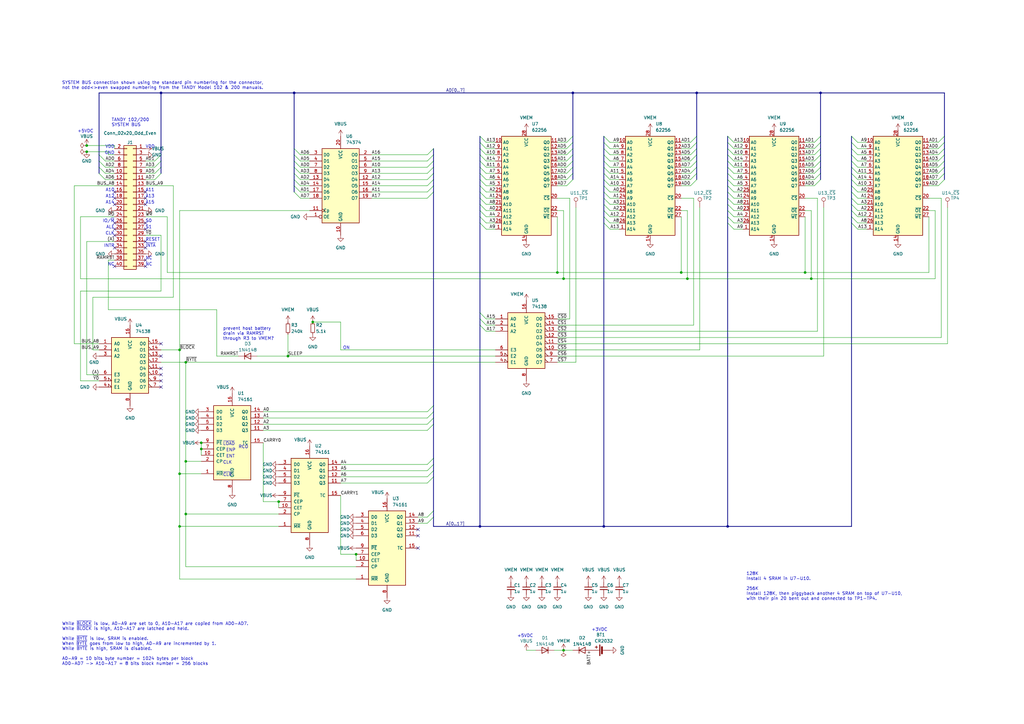
<source format=kicad_sch>
(kicad_sch (version 20230121) (generator eeschema)
  (paper "A3")
  (title_block (title "NODE DATAPAC 256K bkw") (date "2023-11-13") (rev "006") (company "Brian K. White - b.kenyon.w@gmail.com"))
  (junction (at 281.94 114.3))
  (junction (at 35.56 59.69))
  (junction (at 82.55 181.61))
  (junction (at 231.14 266.7))
  (junction (at 285.75 38.1))
  (junction (at 332.74 114.3))
  (junction (at 228.6 111.76))
  (junction (at 73.66 143.51))
  (junction (at 76.2 210.82))
  (junction (at 279.4 111.76))
  (junction (at 247.65 215.9))
  (junction (at 66.04 38.1))
  (junction (at 73.66 194.31))
  (junction (at 114.3 205.74))
  (junction (at 146.05 227.33))
  (junction (at 231.14 114.3))
  (junction (at 128.27 132.08))
  (junction (at 298.45 215.9))
  (junction (at 73.66 215.9))
  (junction (at 234.95 38.1))
  (junction (at 196.85 215.9))
  (junction (at 82.55 184.15))
  (junction (at 120.65 38.1))
  (junction (at 35.56 62.23))
  (junction (at 76.2 189.23))
  (junction (at 118.11 146.05))
  (junction (at 330.2 111.76))
  (junction (at 336.55 38.1))
  (junction (at 76.2 148.59))
  (no_connect (at 66.04 146.05))
  (no_connect (at 59.69 99.06))
  (no_connect (at 171.45 217.17))
  (no_connect (at 59.69 83.82))
  (no_connect (at 66.04 151.13))
  (no_connect (at 46.99 109.22))
  (no_connect (at 59.69 91.44))
  (no_connect (at 66.04 158.75))
  (no_connect (at 59.69 109.22))
  (no_connect (at 171.45 219.71))
  (no_connect (at 46.99 91.44))
  (no_connect (at 171.45 224.79))
  (no_connect (at 46.99 81.28))
  (no_connect (at 66.04 156.21))
  (no_connect (at 46.99 83.82))
  (no_connect (at 46.99 101.6))
  (no_connect (at 66.04 153.67))
  (no_connect (at 59.69 78.74))
  (no_connect (at 46.99 93.98))
  (no_connect (at 46.99 96.52))
  (no_connect (at 59.69 106.68))
  (no_connect (at 59.69 81.28))
  (no_connect (at 59.69 93.98))
  (no_connect (at 59.69 101.6))
  (no_connect (at 46.99 78.74))
  (no_connect (at 66.04 140.97))
  (bus_entry (at 250.19 91.44) (size -2.54 -2.54))
  (bus_entry (at 351.79 86.36) (size -2.54 -2.54))
  (bus_entry (at 250.19 58.42) (size -2.54 -2.54))
  (bus_entry (at 334.01 63.5) (size 2.54 -2.54))
  (bus_entry (at 334.01 76.2) (size 2.54 -2.54))
  (bus_entry (at 199.39 83.82) (size -2.54 -2.54))
  (bus_entry (at 123.19 66.04) (size -2.54 -2.54))
  (bus_entry (at 175.26 195.58) (size 2.54 -2.54))
  (bus_entry (at 283.21 73.66) (size 2.54 -2.54))
  (bus_entry (at 123.19 63.5) (size -2.54 -2.54))
  (bus_entry (at 175.26 173.99) (size 2.54 -2.54))
  (bus_entry (at 300.99 88.9) (size -2.54 -2.54))
  (bus_entry (at 175.26 73.66) (size 2.54 -2.54))
  (bus_entry (at 43.18 66.04) (size -2.54 -2.54))
  (bus_entry (at 351.79 66.04) (size -2.54 -2.54))
  (bus_entry (at 351.79 78.74) (size -2.54 -2.54))
  (bus_entry (at 351.79 58.42) (size -2.54 -2.54))
  (bus_entry (at 175.26 71.12) (size 2.54 -2.54))
  (bus_entry (at 351.79 71.12) (size -2.54 -2.54))
  (bus_entry (at 300.99 83.82) (size -2.54 -2.54))
  (bus_entry (at 175.26 190.5) (size 2.54 -2.54))
  (bus_entry (at 199.39 66.04) (size -2.54 -2.54))
  (bus_entry (at 300.99 78.74) (size -2.54 -2.54))
  (bus_entry (at 175.26 193.04) (size 2.54 -2.54))
  (bus_entry (at 199.39 91.44) (size -2.54 -2.54))
  (bus_entry (at 199.39 93.98) (size -2.54 -2.54))
  (bus_entry (at 250.19 60.96) (size -2.54 -2.54))
  (bus_entry (at 250.19 78.74) (size -2.54 -2.54))
  (bus_entry (at 199.39 130.81) (size -2.54 -2.54))
  (bus_entry (at 232.41 68.58) (size 2.54 -2.54))
  (bus_entry (at 123.19 81.28) (size -2.54 -2.54))
  (bus_entry (at 351.79 81.28) (size -2.54 -2.54))
  (bus_entry (at 334.01 68.58) (size 2.54 -2.54))
  (bus_entry (at 384.81 73.66) (size 2.54 -2.54))
  (bus_entry (at 334.01 71.12) (size 2.54 -2.54))
  (bus_entry (at 334.01 60.96) (size 2.54 -2.54))
  (bus_entry (at 384.81 66.04) (size 2.54 -2.54))
  (bus_entry (at 283.21 66.04) (size 2.54 -2.54))
  (bus_entry (at 351.79 93.98) (size -2.54 -2.54))
  (bus_entry (at 199.39 68.58) (size -2.54 -2.54))
  (bus_entry (at 175.26 78.74) (size 2.54 -2.54))
  (bus_entry (at 384.81 71.12) (size 2.54 -2.54))
  (bus_entry (at 250.19 88.9) (size -2.54 -2.54))
  (bus_entry (at 175.26 68.58) (size 2.54 -2.54))
  (bus_entry (at 232.41 63.5) (size 2.54 -2.54))
  (bus_entry (at 351.79 60.96) (size -2.54 -2.54))
  (bus_entry (at 63.5 68.58) (size 2.54 -2.54))
  (bus_entry (at 199.39 88.9) (size -2.54 -2.54))
  (bus_entry (at 283.21 58.42) (size 2.54 -2.54))
  (bus_entry (at 384.81 76.2) (size 2.54 -2.54))
  (bus_entry (at 351.79 91.44) (size -2.54 -2.54))
  (bus_entry (at 199.39 135.89) (size -2.54 -2.54))
  (bus_entry (at 175.26 198.12) (size 2.54 -2.54))
  (bus_entry (at 300.99 68.58) (size -2.54 -2.54))
  (bus_entry (at 175.26 171.45) (size 2.54 -2.54))
  (bus_entry (at 300.99 63.5) (size -2.54 -2.54))
  (bus_entry (at 250.19 66.04) (size -2.54 -2.54))
  (bus_entry (at 63.5 71.12) (size 2.54 -2.54))
  (bus_entry (at 63.5 73.66) (size 2.54 -2.54))
  (bus_entry (at 334.01 66.04) (size 2.54 -2.54))
  (bus_entry (at 250.19 63.5) (size -2.54 -2.54))
  (bus_entry (at 384.81 63.5) (size 2.54 -2.54))
  (bus_entry (at 123.19 71.12) (size -2.54 -2.54))
  (bus_entry (at 199.39 78.74) (size -2.54 -2.54))
  (bus_entry (at 123.19 76.2) (size -2.54 -2.54))
  (bus_entry (at 384.81 58.42) (size 2.54 -2.54))
  (bus_entry (at 300.99 86.36) (size -2.54 -2.54))
  (bus_entry (at 300.99 93.98) (size -2.54 -2.54))
  (bus_entry (at 43.18 68.58) (size -2.54 -2.54))
  (bus_entry (at 175.26 176.53) (size 2.54 -2.54))
  (bus_entry (at 250.19 76.2) (size -2.54 -2.54))
  (bus_entry (at 384.81 68.58) (size 2.54 -2.54))
  (bus_entry (at 351.79 88.9) (size -2.54 -2.54))
  (bus_entry (at 232.41 58.42) (size 2.54 -2.54))
  (bus_entry (at 175.26 212.09) (size 2.54 -2.54))
  (bus_entry (at 123.19 68.58) (size -2.54 -2.54))
  (bus_entry (at 232.41 76.2) (size 2.54 -2.54))
  (bus_entry (at 250.19 73.66) (size -2.54 -2.54))
  (bus_entry (at 232.41 60.96) (size 2.54 -2.54))
  (bus_entry (at 300.99 60.96) (size -2.54 -2.54))
  (bus_entry (at 175.26 214.63) (size 2.54 -2.54))
  (bus_entry (at 300.99 76.2) (size -2.54 -2.54))
  (bus_entry (at 250.19 86.36) (size -2.54 -2.54))
  (bus_entry (at 334.01 58.42) (size 2.54 -2.54))
  (bus_entry (at 175.26 76.2) (size 2.54 -2.54))
  (bus_entry (at 300.99 91.44) (size -2.54 -2.54))
  (bus_entry (at 175.26 66.04) (size 2.54 -2.54))
  (bus_entry (at 63.5 66.04) (size 2.54 -2.54))
  (bus_entry (at 250.19 83.82) (size -2.54 -2.54))
  (bus_entry (at 384.81 60.96) (size 2.54 -2.54))
  (bus_entry (at 351.79 68.58) (size -2.54 -2.54))
  (bus_entry (at 334.01 73.66) (size 2.54 -2.54))
  (bus_entry (at 232.41 73.66) (size 2.54 -2.54))
  (bus_entry (at 351.79 83.82) (size -2.54 -2.54))
  (bus_entry (at 300.99 71.12) (size -2.54 -2.54))
  (bus_entry (at 123.19 73.66) (size -2.54 -2.54))
  (bus_entry (at 199.39 60.96) (size -2.54 -2.54))
  (bus_entry (at 283.21 71.12) (size 2.54 -2.54))
  (bus_entry (at 250.19 71.12) (size -2.54 -2.54))
  (bus_entry (at 175.26 168.91) (size 2.54 -2.54))
  (bus_entry (at 199.39 86.36) (size -2.54 -2.54))
  (bus_entry (at 300.99 81.28) (size -2.54 -2.54))
  (bus_entry (at 199.39 76.2) (size -2.54 -2.54))
  (bus_entry (at 199.39 81.28) (size -2.54 -2.54))
  (bus_entry (at 250.19 68.58) (size -2.54 -2.54))
  (bus_entry (at 283.21 63.5) (size 2.54 -2.54))
  (bus_entry (at 300.99 66.04) (size -2.54 -2.54))
  (bus_entry (at 283.21 60.96) (size 2.54 -2.54))
  (bus_entry (at 300.99 58.42) (size -2.54 -2.54))
  (bus_entry (at 351.79 63.5) (size -2.54 -2.54))
  (bus_entry (at 250.19 93.98) (size -2.54 -2.54))
  (bus_entry (at 232.41 66.04) (size 2.54 -2.54))
  (bus_entry (at 232.41 71.12) (size 2.54 -2.54))
  (bus_entry (at 199.39 133.35) (size -2.54 -2.54))
  (bus_entry (at 199.39 71.12) (size -2.54 -2.54))
  (bus_entry (at 123.19 78.74) (size -2.54 -2.54))
  (bus_entry (at 43.18 71.12) (size -2.54 -2.54))
  (bus_entry (at 199.39 73.66) (size -2.54 -2.54))
  (bus_entry (at 283.21 76.2) (size 2.54 -2.54))
  (bus_entry (at 250.19 81.28) (size -2.54 -2.54))
  (bus_entry (at 351.79 76.2) (size -2.54 -2.54))
  (bus_entry (at 300.99 73.66) (size -2.54 -2.54))
  (bus_entry (at 43.18 73.66) (size -2.54 -2.54))
  (bus_entry (at 199.39 58.42) (size -2.54 -2.54))
  (bus_entry (at 175.26 63.5) (size 2.54 -2.54))
  (bus_entry (at 351.79 73.66) (size -2.54 -2.54))
  (bus_entry (at 283.21 68.58) (size 2.54 -2.54))
  (bus_entry (at 199.39 63.5) (size -2.54 -2.54))
  (bus_entry (at 175.26 81.28) (size 2.54 -2.54))
  (wire (pts (xy 199.39 130.81) (xy 203.2 130.81)))
  (bus (pts (xy 349.25 73.66) (xy 349.25 71.12)))
  (wire (pts (xy 199.39 73.66) (xy 203.2 73.66)))
  (wire (pts (xy 199.39 93.98) (xy 203.2 93.98)))
  (wire (pts (xy 332.74 114.3) (xy 383.54 114.3)))
  (bus (pts (xy 234.95 55.88) (xy 234.95 58.42)))
  (wire (pts (xy 281.94 114.3) (xy 332.74 114.3)))
  (wire (pts (xy 381 60.96) (xy 384.81 60.96)))
  (bus (pts (xy 177.8 63.5) (xy 177.8 66.04)))
  (bus (pts (xy 196.85 128.27) (xy 196.85 130.81)))
  (bus (pts (xy 298.45 83.82) (xy 298.45 81.28)))
  (bus (pts (xy 298.45 66.04) (xy 298.45 63.5)))
  (wire (pts (xy 351.79 73.66) (xy 355.6 73.66)))
  (wire (pts (xy 228.6 135.89) (xy 335.28 135.89)))
  (wire (pts (xy 250.19 93.98) (xy 254 93.98)))
  (wire (pts (xy 139.7 190.5) (xy 175.26 190.5)))
  (bus (pts (xy 247.65 63.5) (xy 247.65 60.96)))
  (wire (pts (xy 123.19 66.04) (xy 127 66.04)))
  (wire (pts (xy 351.79 93.98) (xy 355.6 93.98)))
  (bus (pts (xy 285.75 38.1) (xy 336.55 38.1)))
  (bus (pts (xy 349.25 86.36) (xy 349.25 83.82)))
  (wire (pts (xy 300.99 91.44) (xy 304.8 91.44)))
  (bus (pts (xy 247.65 83.82) (xy 247.65 81.28)))
  (wire (pts (xy 71.12 76.2) (xy 71.12 121.92)))
  (wire (pts (xy 82.55 181.61) (xy 82.55 184.15)))
  (bus (pts (xy 285.75 66.04) (xy 285.75 68.58)))
  (bus (pts (xy 349.25 68.58) (xy 349.25 66.04)))
  (wire (pts (xy 279.4 63.5) (xy 283.21 63.5)))
  (wire (pts (xy 228.6 138.43) (xy 386.08 138.43)))
  (bus (pts (xy 336.55 60.96) (xy 336.55 63.5)))
  (bus (pts (xy 387.35 58.42) (xy 387.35 60.96)))
  (wire (pts (xy 199.39 133.35) (xy 203.2 133.35)))
  (wire (pts (xy 250.19 88.9) (xy 254 88.9)))
  (wire (pts (xy 44.45 127) (xy 88.9 127)))
  (bus (pts (xy 234.95 60.96) (xy 234.95 63.5)))
  (bus (pts (xy 196.85 60.96) (xy 196.85 63.5)))
  (bus (pts (xy 196.85 130.81) (xy 196.85 133.35)))
  (wire (pts (xy 388.62 85.09) (xy 388.62 140.97)))
  (wire (pts (xy 287.02 85.09) (xy 287.02 143.51)))
  (wire (pts (xy 59.69 68.58) (xy 63.5 68.58)))
  (wire (pts (xy 66.04 143.51) (xy 73.66 143.51)))
  (bus (pts (xy 349.25 71.12) (xy 349.25 68.58)))
  (wire (pts (xy 300.99 81.28) (xy 304.8 81.28)))
  (wire (pts (xy 199.39 76.2) (xy 203.2 76.2)))
  (bus (pts (xy 247.65 68.58) (xy 247.65 66.04)))
  (wire (pts (xy 281.94 86.36) (xy 279.4 86.36)))
  (wire (pts (xy 279.4 71.12) (xy 283.21 71.12)))
  (bus (pts (xy 298.45 71.12) (xy 298.45 68.58)))
  (wire (pts (xy 152.4 81.28) (xy 175.26 81.28)))
  (bus (pts (xy 336.55 66.04) (xy 336.55 68.58)))
  (bus (pts (xy 247.65 91.44) (xy 247.65 215.9)))
  (bus (pts (xy 247.65 73.66) (xy 247.65 71.12)))
  (wire (pts (xy 199.39 83.82) (xy 203.2 83.82)))
  (wire (pts (xy 38.1 143.51) (xy 40.64 143.51)))
  (wire (pts (xy 250.19 58.42) (xy 254 58.42)))
  (wire (pts (xy 332.74 86.36) (xy 330.2 86.36)))
  (wire (pts (xy 199.39 81.28) (xy 203.2 81.28)))
  (wire (pts (xy 139.7 132.08) (xy 139.7 143.51)))
  (wire (pts (xy 171.45 212.09) (xy 175.26 212.09)))
  (bus (pts (xy 298.45 86.36) (xy 298.45 83.82)))
  (bus (pts (xy 298.45 60.96) (xy 298.45 58.42)))
  (bus (pts (xy 349.25 66.04) (xy 349.25 63.5)))
  (wire (pts (xy 250.19 60.96) (xy 254 60.96)))
  (wire (pts (xy 199.39 63.5) (xy 203.2 63.5)))
  (bus (pts (xy 196.85 58.42) (xy 196.85 60.96)))
  (wire (pts (xy 231.14 86.36) (xy 228.6 86.36)))
  (wire (pts (xy 146.05 227.33) (xy 139.7 227.33)))
  (bus (pts (xy 234.95 38.1) (xy 234.95 55.88)))
  (bus (pts (xy 196.85 88.9) (xy 196.85 91.44)))
  (wire (pts (xy 228.6 140.97) (xy 388.62 140.97)))
  (bus (pts (xy 177.8 168.91) (xy 177.8 171.45)))
  (wire (pts (xy 76.2 148.59) (xy 76.2 189.23)))
  (wire (pts (xy 68.58 88.9) (xy 68.58 111.76)))
  (wire (pts (xy 337.82 85.09) (xy 337.82 146.05)))
  (bus (pts (xy 247.65 86.36) (xy 247.65 83.82)))
  (bus (pts (xy 196.85 83.82) (xy 196.85 86.36)))
  (wire (pts (xy 40.64 156.21) (xy 33.02 156.21)))
  (bus (pts (xy 247.65 78.74) (xy 247.65 76.2)))
  (wire (pts (xy 279.4 73.66) (xy 283.21 73.66)))
  (bus (pts (xy 298.45 91.44) (xy 298.45 88.9)))
  (wire (pts (xy 381 58.42) (xy 384.81 58.42)))
  (wire (pts (xy 236.22 85.09) (xy 236.22 148.59)))
  (bus (pts (xy 177.8 212.09) (xy 177.8 215.9)))
  (wire (pts (xy 381 71.12) (xy 384.81 71.12)))
  (bus (pts (xy 177.8 187.96) (xy 177.8 190.5)))
  (bus (pts (xy 247.65 88.9) (xy 247.65 86.36)))
  (wire (pts (xy 199.39 58.42) (xy 203.2 58.42)))
  (bus (pts (xy 247.65 76.2) (xy 247.65 73.66)))
  (wire (pts (xy 228.6 111.76) (xy 228.6 88.9)))
  (wire (pts (xy 228.6 60.96) (xy 232.41 60.96)))
  (bus (pts (xy 298.45 58.42) (xy 298.45 55.88)))
  (wire (pts (xy 73.66 215.9) (xy 73.66 237.49)))
  (wire (pts (xy 46.99 63.5) (xy 44.45 63.5)))
  (wire (pts (xy 105.41 146.05) (xy 118.11 146.05)))
  (wire (pts (xy 330.2 58.42) (xy 334.01 58.42)))
  (bus (pts (xy 120.65 38.1) (xy 234.95 38.1)))
  (bus (pts (xy 298.45 88.9) (xy 298.45 86.36)))
  (bus (pts (xy 120.65 63.5) (xy 120.65 66.04)))
  (bus (pts (xy 247.65 66.04) (xy 247.65 63.5)))
  (bus (pts (xy 196.85 78.74) (xy 196.85 81.28)))
  (wire (pts (xy 335.28 81.28) (xy 330.2 81.28)))
  (wire (pts (xy 76.2 210.82) (xy 76.2 232.41)))
  (bus (pts (xy 196.85 215.9) (xy 196.85 133.35)))
  (wire (pts (xy 300.99 83.82) (xy 304.8 83.82)))
  (wire (pts (xy 228.6 143.51) (xy 287.02 143.51)))
  (wire (pts (xy 300.99 68.58) (xy 304.8 68.58)))
  (wire (pts (xy 330.2 71.12) (xy 334.01 71.12)))
  (wire (pts (xy 38.1 143.51) (xy 38.1 121.92)))
  (wire (pts (xy 123.19 63.5) (xy 127 63.5)))
  (wire (pts (xy 73.66 215.9) (xy 114.3 215.9)))
  (wire (pts (xy 381 111.76) (xy 381 88.9)))
  (wire (pts (xy 59.69 73.66) (xy 63.5 73.66)))
  (wire (pts (xy 82.55 186.69) (xy 82.55 184.15)))
  (wire (pts (xy 43.18 71.12) (xy 46.99 71.12)))
  (bus (pts (xy 349.25 78.74) (xy 349.25 76.2)))
  (bus (pts (xy 177.8 166.37) (xy 177.8 168.91)))
  (bus (pts (xy 234.95 38.1) (xy 285.75 38.1)))
  (wire (pts (xy 351.79 81.28) (xy 355.6 81.28)))
  (wire (pts (xy 351.79 86.36) (xy 355.6 86.36)))
  (bus (pts (xy 177.8 78.74) (xy 177.8 166.37)))
  (bus (pts (xy 387.35 60.96) (xy 387.35 63.5)))
  (bus (pts (xy 298.45 68.58) (xy 298.45 66.04)))
  (wire (pts (xy 231.14 266.7) (xy 234.95 266.7)))
  (wire (pts (xy 300.99 71.12) (xy 304.8 71.12)))
  (wire (pts (xy 59.69 71.12) (xy 63.5 71.12)))
  (wire (pts (xy 284.48 81.28) (xy 279.4 81.28)))
  (wire (pts (xy 146.05 227.33) (xy 146.05 229.87)))
  (wire (pts (xy 332.74 86.36) (xy 332.74 114.3)))
  (wire (pts (xy 73.66 194.31) (xy 82.55 194.31)))
  (bus (pts (xy 120.65 66.04) (xy 120.65 68.58)))
  (bus (pts (xy 336.55 68.58) (xy 336.55 71.12)))
  (wire (pts (xy 300.99 58.42) (xy 304.8 58.42)))
  (bus (pts (xy 66.04 66.04) (xy 66.04 68.58)))
  (bus (pts (xy 196.85 91.44) (xy 196.85 128.27)))
  (wire (pts (xy 281.94 86.36) (xy 281.94 114.3)))
  (wire (pts (xy 250.19 86.36) (xy 254 86.36)))
  (wire (pts (xy 228.6 58.42) (xy 232.41 58.42)))
  (wire (pts (xy 152.4 63.5) (xy 175.26 63.5)))
  (wire (pts (xy 231.14 114.3) (xy 281.94 114.3)))
  (wire (pts (xy 351.79 68.58) (xy 355.6 68.58)))
  (bus (pts (xy 66.04 38.1) (xy 66.04 63.5)))
  (wire (pts (xy 107.95 176.53) (xy 175.26 176.53)))
  (wire (pts (xy 40.64 153.67) (xy 35.56 153.67)))
  (bus (pts (xy 196.85 71.12) (xy 196.85 73.66)))
  (bus (pts (xy 66.04 38.1) (xy 120.65 38.1)))
  (wire (pts (xy 30.48 76.2) (xy 30.48 140.97)))
  (wire (pts (xy 351.79 58.42) (xy 355.6 58.42)))
  (wire (pts (xy 59.69 66.04) (xy 63.5 66.04)))
  (wire (pts (xy 123.19 73.66) (xy 127 73.66)))
  (wire (pts (xy 118.11 137.16) (xy 118.11 146.05)))
  (wire (pts (xy 139.7 198.12) (xy 175.26 198.12)))
  (wire (pts (xy 199.39 68.58) (xy 203.2 68.58)))
  (wire (pts (xy 351.79 88.9) (xy 355.6 88.9)))
  (wire (pts (xy 199.39 60.96) (xy 203.2 60.96)))
  (bus (pts (xy 40.64 71.12) (xy 40.64 68.58)))
  (bus (pts (xy 40.64 63.5) (xy 40.64 38.1)))
  (bus (pts (xy 196.85 73.66) (xy 196.85 76.2)))
  (wire (pts (xy 107.95 181.61) (xy 107.95 205.74)))
  (wire (pts (xy 279.4 111.76) (xy 330.2 111.76)))
  (wire (pts (xy 199.39 88.9) (xy 203.2 88.9)))
  (wire (pts (xy 228.6 71.12) (xy 232.41 71.12)))
  (bus (pts (xy 177.8 76.2) (xy 177.8 78.74)))
  (wire (pts (xy 171.45 214.63) (xy 175.26 214.63)))
  (bus (pts (xy 177.8 195.58) (xy 177.8 209.55)))
  (bus (pts (xy 349.25 83.82) (xy 349.25 81.28)))
  (bus (pts (xy 349.25 215.9) (xy 298.45 215.9)))
  (wire (pts (xy 118.11 146.05) (xy 203.2 146.05)))
  (wire (pts (xy 123.19 71.12) (xy 127 71.12)))
  (bus (pts (xy 234.95 71.12) (xy 234.95 73.66)))
  (wire (pts (xy 330.2 76.2) (xy 334.01 76.2)))
  (wire (pts (xy 33.02 156.21) (xy 33.02 119.38)))
  (wire (pts (xy 76.2 148.59) (xy 203.2 148.59)))
  (wire (pts (xy 351.79 63.5) (xy 355.6 63.5)))
  (wire (pts (xy 199.39 135.89) (xy 203.2 135.89)))
  (wire (pts (xy 300.99 76.2) (xy 304.8 76.2)))
  (bus (pts (xy 234.95 63.5) (xy 234.95 66.04)))
  (bus (pts (xy 234.95 68.58) (xy 234.95 71.12)))
  (wire (pts (xy 88.9 146.05) (xy 97.79 146.05)))
  (wire (pts (xy 279.4 68.58) (xy 283.21 68.58)))
  (wire (pts (xy 228.6 130.81) (xy 233.68 130.81)))
  (wire (pts (xy 33.02 88.9) (xy 33.02 114.3)))
  (bus (pts (xy 177.8 215.9) (xy 196.85 215.9)))
  (bus (pts (xy 177.8 71.12) (xy 177.8 73.66)))
  (wire (pts (xy 228.6 133.35) (xy 284.48 133.35)))
  (wire (pts (xy 381 63.5) (xy 384.81 63.5)))
  (wire (pts (xy 46.99 59.69) (xy 46.99 60.96)))
  (wire (pts (xy 351.79 60.96) (xy 355.6 60.96)))
  (wire (pts (xy 59.69 88.9) (xy 68.58 88.9)))
  (wire (pts (xy 383.54 114.3) (xy 383.54 86.36)))
  (bus (pts (xy 177.8 73.66) (xy 177.8 76.2)))
  (wire (pts (xy 279.4 88.9) (xy 279.4 111.76)))
  (bus (pts (xy 196.85 81.28) (xy 196.85 83.82)))
  (wire (pts (xy 250.19 73.66) (xy 254 73.66)))
  (bus (pts (xy 66.04 68.58) (xy 66.04 71.12)))
  (wire (pts (xy 66.04 119.38) (xy 66.04 96.52)))
  (bus (pts (xy 196.85 86.36) (xy 196.85 88.9)))
  (wire (pts (xy 279.4 60.96) (xy 283.21 60.96)))
  (wire (pts (xy 107.95 205.74) (xy 114.3 205.74)))
  (wire (pts (xy 152.4 71.12) (xy 175.26 71.12)))
  (wire (pts (xy 250.19 78.74) (xy 254 78.74)))
  (bus (pts (xy 177.8 209.55) (xy 177.8 212.09)))
  (wire (pts (xy 76.2 189.23) (xy 82.55 189.23)))
  (wire (pts (xy 233.68 81.28) (xy 228.6 81.28)))
  (wire (pts (xy 381 76.2) (xy 384.81 76.2)))
  (wire (pts (xy 43.18 68.58) (xy 46.99 68.58)))
  (wire (pts (xy 351.79 76.2) (xy 355.6 76.2)))
  (wire (pts (xy 300.99 66.04) (xy 304.8 66.04)))
  (wire (pts (xy 250.19 63.5) (xy 254 63.5)))
  (bus (pts (xy 196.85 63.5) (xy 196.85 66.04)))
  (wire (pts (xy 228.6 148.59) (xy 236.22 148.59)))
  (wire (pts (xy 199.39 66.04) (xy 203.2 66.04)))
  (bus (pts (xy 196.85 55.88) (xy 196.85 58.42)))
  (wire (pts (xy 76.2 232.41) (xy 146.05 232.41)))
  (wire (pts (xy 199.39 71.12) (xy 203.2 71.12)))
  (bus (pts (xy 177.8 68.58) (xy 177.8 71.12)))
  (wire (pts (xy 330.2 68.58) (xy 334.01 68.58)))
  (wire (pts (xy 76.2 189.23) (xy 76.2 210.82)))
  (wire (pts (xy 73.66 194.31) (xy 73.66 215.9)))
  (wire (pts (xy 152.4 66.04) (xy 175.26 66.04)))
  (wire (pts (xy 228.6 66.04) (xy 232.41 66.04)))
  (wire (pts (xy 35.56 62.23) (xy 44.45 62.23)))
  (bus (pts (xy 298.45 73.66) (xy 298.45 71.12)))
  (wire (pts (xy 35.56 99.06) (xy 46.99 99.06)))
  (wire (pts (xy 43.18 73.66) (xy 46.99 73.66)))
  (bus (pts (xy 285.75 55.88) (xy 285.75 58.42)))
  (bus (pts (xy 40.64 68.58) (xy 40.64 66.04)))
  (wire (pts (xy 33.02 119.38) (xy 66.04 119.38)))
  (bus (pts (xy 247.65 60.96) (xy 247.65 58.42)))
  (wire (pts (xy 107.95 173.99) (xy 175.26 173.99)))
  (wire (pts (xy 152.4 68.58) (xy 175.26 68.58)))
  (wire (pts (xy 381 73.66) (xy 384.81 73.66)))
  (wire (pts (xy 351.79 66.04) (xy 355.6 66.04)))
  (bus (pts (xy 387.35 38.1) (xy 387.35 55.88)))
  (wire (pts (xy 250.19 66.04) (xy 254 66.04)))
  (wire (pts (xy 73.66 86.36) (xy 127 86.36)))
  (bus (pts (xy 349.25 88.9) (xy 349.25 86.36)))
  (wire (pts (xy 128.27 132.08) (xy 139.7 132.08)))
  (wire (pts (xy 250.19 91.44) (xy 254 91.44)))
  (bus (pts (xy 298.45 63.5) (xy 298.45 60.96)))
  (wire (pts (xy 139.7 227.33) (xy 139.7 203.2)))
  (wire (pts (xy 59.69 76.2) (xy 71.12 76.2)))
  (wire (pts (xy 123.19 81.28) (xy 127 81.28)))
  (bus (pts (xy 247.65 215.9) (xy 196.85 215.9)))
  (wire (pts (xy 330.2 63.5) (xy 334.01 63.5)))
  (wire (pts (xy 250.19 71.12) (xy 254 71.12)))
  (wire (pts (xy 139.7 193.04) (xy 175.26 193.04)))
  (wire (pts (xy 107.95 171.45) (xy 175.26 171.45)))
  (bus (pts (xy 336.55 38.1) (xy 336.55 55.88)))
  (wire (pts (xy 351.79 71.12) (xy 355.6 71.12)))
  (wire (pts (xy 44.45 106.68) (xy 46.99 106.68)))
  (wire (pts (xy 30.48 76.2) (xy 46.99 76.2)))
  (bus (pts (xy 298.45 78.74) (xy 298.45 76.2)))
  (bus (pts (xy 387.35 63.5) (xy 387.35 66.04)))
  (bus (pts (xy 285.75 68.58) (xy 285.75 71.12)))
  (bus (pts (xy 120.65 73.66) (xy 120.65 76.2)))
  (wire (pts (xy 330.2 73.66) (xy 334.01 73.66)))
  (bus (pts (xy 349.25 81.28) (xy 349.25 78.74)))
  (bus (pts (xy 285.75 60.96) (xy 285.75 63.5)))
  (bus (pts (xy 387.35 66.04) (xy 387.35 68.58)))
  (wire (pts (xy 300.99 86.36) (xy 304.8 86.36)))
  (wire (pts (xy 330.2 111.76) (xy 381 111.76)))
  (bus (pts (xy 336.55 71.12) (xy 336.55 73.66)))
  (bus (pts (xy 177.8 60.96) (xy 177.8 63.5)))
  (bus (pts (xy 336.55 58.42) (xy 336.55 60.96)))
  (wire (pts (xy 231.14 86.36) (xy 231.14 114.3)))
  (bus (pts (xy 177.8 171.45) (xy 177.8 173.99)))
  (wire (pts (xy 228.6 73.66) (xy 232.41 73.66)))
  (bus (pts (xy 349.25 91.44) (xy 349.25 215.9)))
  (wire (pts (xy 330.2 111.76) (xy 330.2 88.9)))
  (bus (pts (xy 66.04 63.5) (xy 66.04 66.04)))
  (bus (pts (xy 120.65 38.1) (xy 120.65 60.96)))
  (bus (pts (xy 177.8 193.04) (xy 177.8 195.58)))
  (wire (pts (xy 250.19 68.58) (xy 254 68.58)))
  (wire (pts (xy 123.19 76.2) (xy 127 76.2)))
  (wire (pts (xy 199.39 86.36) (xy 203.2 86.36)))
  (wire (pts (xy 279.4 58.42) (xy 283.21 58.42)))
  (wire (pts (xy 35.56 99.06) (xy 35.56 153.67)))
  (wire (pts (xy 228.6 76.2) (xy 232.41 76.2)))
  (bus (pts (xy 177.8 173.99) (xy 177.8 187.96)))
  (wire (pts (xy 284.48 133.35) (xy 284.48 81.28)))
  (bus (pts (xy 349.25 58.42) (xy 349.25 55.88)))
  (wire (pts (xy 76.2 210.82) (xy 114.3 210.82)))
  (wire (pts (xy 139.7 143.51) (xy 203.2 143.51)))
  (bus (pts (xy 196.85 68.58) (xy 196.85 71.12)))
  (wire (pts (xy 59.69 96.52) (xy 66.04 96.52)))
  (wire (pts (xy 250.19 81.28) (xy 254 81.28)))
  (wire (pts (xy 351.79 91.44) (xy 355.6 91.44)))
  (bus (pts (xy 120.65 68.58) (xy 120.65 71.12)))
  (wire (pts (xy 279.4 66.04) (xy 283.21 66.04)))
  (bus (pts (xy 298.45 215.9) (xy 247.65 215.9)))
  (bus (pts (xy 120.65 76.2) (xy 120.65 78.74)))
  (bus (pts (xy 247.65 71.12) (xy 247.65 68.58)))
  (bus (pts (xy 234.95 66.04) (xy 234.95 68.58)))
  (bus (pts (xy 387.35 68.58) (xy 387.35 71.12)))
  (wire (pts (xy 33.02 88.9) (xy 46.99 88.9)))
  (wire (pts (xy 88.9 127) (xy 88.9 146.05)))
  (wire (pts (xy 33.02 114.3) (xy 231.14 114.3)))
  (wire (pts (xy 300.99 93.98) (xy 304.8 93.98)))
  (wire (pts (xy 215.9 266.7) (xy 219.71 266.7)))
  (bus (pts (xy 336.55 63.5) (xy 336.55 66.04)))
  (wire (pts (xy 123.19 68.58) (xy 127 68.58)))
  (bus (pts (xy 349.25 63.5) (xy 349.25 60.96)))
  (wire (pts (xy 330.2 60.96) (xy 334.01 60.96)))
  (wire (pts (xy 35.56 59.69) (xy 46.99 59.69)))
  (bus (pts (xy 349.25 60.96) (xy 349.25 58.42)))
  (bus (pts (xy 285.75 58.42) (xy 285.75 60.96)))
  (wire (pts (xy 381 68.58) (xy 384.81 68.58)))
  (wire (pts (xy 227.33 266.7) (xy 231.14 266.7)))
  (bus (pts (xy 234.95 58.42) (xy 234.95 60.96)))
  (bus (pts (xy 196.85 76.2) (xy 196.85 78.74)))
  (bus (pts (xy 285.75 63.5) (xy 285.75 66.04)))
  (wire (pts (xy 330.2 66.04) (xy 334.01 66.04)))
  (wire (pts (xy 228.6 146.05) (xy 337.82 146.05)))
  (wire (pts (xy 152.4 73.66) (xy 175.26 73.66)))
  (wire (pts (xy 199.39 78.74) (xy 203.2 78.74)))
  (wire (pts (xy 228.6 111.76) (xy 279.4 111.76)))
  (wire (pts (xy 228.6 68.58) (xy 232.41 68.58)))
  (wire (pts (xy 43.18 66.04) (xy 46.99 66.04)))
  (bus (pts (xy 40.64 38.1) (xy 66.04 38.1)))
  (wire (pts (xy 233.68 130.81) (xy 233.68 81.28)))
  (wire (pts (xy 383.54 86.36) (xy 381 86.36)))
  (bus (pts (xy 247.65 58.42) (xy 247.65 55.88)))
  (wire (pts (xy 44.45 127) (xy 44.45 106.68)))
  (wire (pts (xy 30.48 140.97) (xy 40.64 140.97)))
  (bus (pts (xy 298.45 76.2) (xy 298.45 73.66)))
  (wire (pts (xy 300.99 78.74) (xy 304.8 78.74)))
  (bus (pts (xy 120.65 60.96) (xy 120.65 63.5)))
  (wire (pts (xy 73.66 86.36) (xy 73.66 143.51)))
  (wire (pts (xy 139.7 195.58) (xy 175.26 195.58)))
  (bus (pts (xy 177.8 66.04) (xy 177.8 68.58)))
  (bus (pts (xy 387.35 55.88) (xy 387.35 58.42)))
  (wire (pts (xy 123.19 78.74) (xy 127 78.74)))
  (wire (pts (xy 73.66 143.51) (xy 73.66 194.31)))
  (wire (pts (xy 351.79 78.74) (xy 355.6 78.74)))
  (bus (pts (xy 387.35 71.12) (xy 387.35 73.66)))
  (wire (pts (xy 114.3 205.74) (xy 114.3 208.28)))
  (wire (pts (xy 152.4 76.2) (xy 175.26 76.2)))
  (bus (pts (xy 349.25 91.44) (xy 349.25 88.9)))
  (bus (pts (xy 349.25 76.2) (xy 349.25 73.66)))
  (wire (pts (xy 279.4 76.2) (xy 283.21 76.2)))
  (bus (pts (xy 177.8 190.5) (xy 177.8 193.04)))
  (wire (pts (xy 351.79 83.82) (xy 355.6 83.82)))
  (wire (pts (xy 152.4 78.74) (xy 175.26 78.74)))
  (bus (pts (xy 196.85 66.04) (xy 196.85 68.58)))
  (wire (pts (xy 199.39 91.44) (xy 203.2 91.44)))
  (wire (pts (xy 68.58 111.76) (xy 228.6 111.76)))
  (bus (pts (xy 298.45 91.44) (xy 298.45 215.9)))
  (bus (pts (xy 247.65 81.28) (xy 247.65 78.74)))
  (wire (pts (xy 300.99 60.96) (xy 304.8 60.96)))
  (wire (pts (xy 107.95 168.91) (xy 175.26 168.91)))
  (bus (pts (xy 120.65 71.12) (xy 120.65 73.66)))
  (wire (pts (xy 250.19 83.82) (xy 254 83.82)))
  (wire (pts (xy 73.66 237.49) (xy 146.05 237.49)))
  (wire (pts (xy 228.6 63.5) (xy 232.41 63.5)))
  (wire (pts (xy 250.19 76.2) (xy 254 76.2)))
  (wire (pts (xy 300.99 73.66) (xy 304.8 73.66)))
  (wire (pts (xy 300.99 88.9) (xy 304.8 88.9)))
  (wire (pts (xy 381 66.04) (xy 384.81 66.04)))
  (bus (pts (xy 285.75 38.1) (xy 285.75 55.88)))
  (bus (pts (xy 247.65 91.44) (xy 247.65 88.9)))
  (bus (pts (xy 298.45 81.28) (xy 298.45 78.74)))
  (wire (pts (xy 386.08 138.43) (xy 386.08 81.28)))
  (wire (pts (xy 38.1 121.92) (xy 71.12 121.92)))
  (bus (pts (xy 285.75 71.12) (xy 285.75 73.66)))
  (wire (pts (xy 300.99 63.5) (xy 304.8 63.5)))
  (wire (pts (xy 386.08 81.28) (xy 381 81.28)))
  (wire (pts (xy 44.45 63.5) (xy 44.45 62.23)))
  (bus (pts (xy 336.55 38.1) (xy 387.35 38.1)))
  (bus (pts (xy 336.55 55.88) (xy 336.55 58.42)))
  (bus (pts (xy 40.64 66.04) (xy 40.64 63.5)))
  (wire (pts (xy 66.04 148.59) (xy 76.2 148.59)))
  (wire (pts (xy 335.28 135.89) (xy 335.28 81.28)))
  (text "SYSTEM BUS connection shown using the standard pin numbering for the connector,\nnot the odd<>even swapped numbering from the TANDY Model 102 & 200 manuals.\n" (at 25.4 36.83 0) (effects (font (size 1.27 1.27)) (justify left bottom)))
  (text "TANDY 102/200\nSYSTEM BUS" (at 45.72 52.07 0) (effects (font (size 1.27 1.27)) (justify left bottom)))
  (text "+5VDC" (at 31.75 54.61 0) (effects (font (size 1.27 1.27)) (justify left bottom)))
  (text "A15" (at 59.69 83.82 0) (effects (font (size 1.27 1.27)) (justify left bottom)))
  (text "INTR" (at 46.99 101.6 0) (effects (font (size 1.27 1.27)) (justify right bottom)))
  (text "A14" (at 46.99 83.82 0) (effects (font (size 1.27 1.27)) (justify right bottom)))
  (text "ALE" (at 46.99 93.98 0) (effects (font (size 1.27 1.27)) (justify right bottom)))
  (text "~{CLR}" (at 91.44 195.58 0) (effects (font (size 1.27 1.27)) (justify left bottom)))
  (text "S1" (at 59.69 93.98 0) (effects (font (size 1.27 1.27)) (justify left bottom)))
  (text "NC" (at 59.69 109.22 0) (effects (font (size 1.27 1.27)) (justify left bottom)))
  (text "NC" (at 59.69 106.68 0) (effects (font (size 1.27 1.27)) (justify left bottom)))
  (text "ON" (at 143.51 143.51 0) (effects (font (size 1.27 1.27)) (justify right bottom)))
  (text "ENT" (at 92.71 187.96 0) (effects (font (size 1.27 1.27)) (justify left bottom)))
  (text "~{INTA}" (at 59.69 101.6 0) (effects (font (size 1.27 1.27)) (justify left bottom)))
  (text "CLK" (at 46.99 96.52 0) (effects (font (size 1.27 1.27)) (justify right bottom)))
  (text "GND" (at 46.99 63.5 0) (effects (font (size 1.27 1.27)) (justify right bottom)))
  (text "+5VDC" (at 212.09 261.62 0) (effects (font (size 1.27 1.27)) (justify left bottom)))
  (text "IO/~{M}" (at 46.99 91.44 0) (effects (font (size 1.27 1.27)) (justify right bottom)))
  (text "prevent host battery\ndrain via RAMRST\nthrough R3 to VMEM?" (at 91.44 139.7 0) (effects (font (size 1.27 1.27)) (justify left bottom)))
  (text "VDD" (at 46.99 60.96 0) (effects (font (size 1.27 1.27)) (justify right bottom)))
  (text "A10" (at 46.99 78.74 0) (effects (font (size 1.27 1.27)) (justify right bottom)))
  (text "~{LOAD}" (at 91.44 182.88 0) (effects (font (size 1.27 1.27)) (justify left bottom)))
  (text "S0" (at 59.69 91.44 0) (effects (font (size 1.27 1.27)) (justify left bottom)))
  (text "RESET" (at 59.69 99.06 0) (effects (font (size 1.27 1.27)) (justify left bottom)))
  (text "CLK" (at 91.44 190.5 0) (effects (font (size 1.27 1.27)) (justify left bottom)))
  (text "+3VDC" (at 242.57 259.08 0) (effects (font (size 1.27 1.27)) (justify left bottom)))
  (text "While ~{BLOCK} is low, A0-A9 are set to 0, A10-A17 are copied from AD0-AD7.\nWhile ~{BLOCK} is high, A10-A17 are latched and held.\n\nWhile ~{BYTE} is low, SRAM is enabled.\nWhen ~{BYTE} goes from low to high, A0-A9 are incremented by 1.\nWhile ~{BYTE} is high, SRAM is disabled.\n\nA0-A9 = 10 bits byte number = 1024 bytes per block\nAD0-AD7 -> A10-A17 = 8 bits block number = 256 blocks\n" (at 25.4 273.05 0) (effects (font (size 1.27 1.27)) (justify left bottom)))
  (text "ENP" (at 92.71 185.42 0) (effects (font (size 1.27 1.27)) (justify left bottom)))
  (text "NC" (at 46.99 109.22 0) (effects (font (size 1.27 1.27)) (justify right bottom)))
  (text "A11" (at 59.69 78.74 0) (effects (font (size 1.27 1.27)) (justify left bottom)))
  (text "RCO" (at 97.79 184.15 0) (effects (font (size 1.27 1.27)) (justify left bottom)))
  (text "VDD" (at 59.69 60.96 0) (effects (font (size 1.27 1.27)) (justify left bottom)))
  (text "128K\nInstall 4 SRAM in U7-U10.\n\n256K\nInstall 128K, then piggyback another 4 SRAM on top of U7-U10,\nwith their pin 20 bent out and connected to TP1-TP4.\n" (at 306.07 246.38 0) (effects (font (size 1.27 1.27)) (justify left bottom)))
  (text "A13" (at 59.69 81.28 0) (effects (font (size 1.27 1.27)) (justify left bottom)))
  (text "A12" (at 46.99 81.28 0) (effects (font (size 1.27 1.27)) (justify right bottom)))
  (label "BUS_A8" (at 46.99 76.2 180))
  (label "A17" (at 152.4 81.28 0))
  (label "BATT+" (at 242.57 266.7 270))
  (label "AD3" (at 59.69 68.58 0))
  (label "A5" (at 139.7 193.04 0))
  (label "A8" (at 254 91.44 180))
  (label "A7" (at 304.8 71.12 180))
  (label "AD4" (at 381 63.5 0))
  (label "A3" (at 254 83.82 180))
  (label "A6" (at 304.8 73.66 180))
  (label "A10" (at 203.2 63.5 180))
  (label "A2" (at 107.95 173.99 0))
  (label "A3" (at 203.2 91.44 180))
  (label "AD5" (at 381 68.58 0))
  (label "A3" (at 304.8 91.44 180))
  (label "AD5" (at 127 66.04 180))
  (label "A1" (at 107.95 171.45 0))
  (label "A2" (at 254 86.36 180))
  (label "AD0" (at 228.6 68.58 0))
  (label "AD5" (at 228.6 60.96 0))
  (label "A10" (at 254 76.2 180))
  (label "~{CS2}" (at 228.6 135.89 0))
  (label "AD1" (at 381 58.42 0))
  (label "AD[0..7]" (at 182.88 38.1 0))
  (label "AD7" (at 330.2 63.5 0))
  (label "A13" (at 355.6 93.98 180))
  (label "A11" (at 152.4 78.74 0))
  (label "A16" (at 203.2 133.35 180))
  (label "AD6" (at 127 63.5 180))
  (label "~{Y0}" (at 40.64 156.21 180))
  (label "A11" (at 304.8 68.58 180))
  (label "A12" (at 203.2 60.96 180))
  (label "AD1" (at 59.69 66.04 0))
  (label "A8" (at 304.8 83.82 180))
  (label "A1" (at 304.8 81.28 180))
  (label "A4" (at 254 60.96 180))
  (label "A17" (at 203.2 135.89 180))
  (label "A12" (at 304.8 60.96 180))
  (label "A6" (at 139.7 195.58 0))
  (label "~{BLOCK}" (at 73.66 143.51 0))
  (label "A7" (at 139.7 198.12 0))
  (label "AD4" (at 279.4 71.12 0))
  (label "A9" (at 171.45 214.63 0))
  (label "A8" (at 355.6 91.44 180))
  (label "A3" (at 355.6 83.82 180))
  (label "A1" (at 355.6 81.28 180))
  (label "A10" (at 152.4 68.58 0))
  (label "RAMRST" (at 46.99 106.68 180))
  (label "AD7" (at 381 73.66 0))
  (label "A6" (at 203.2 73.66 180))
  (label "AD7" (at 59.69 73.66 0))
  (label "A0" (at 107.95 168.91 0))
  (label "A11" (at 355.6 71.12 180))
  (label "AD2" (at 46.99 68.58 180))
  (label "~{Y0}" (at 59.69 96.52 0))
  (label "AD4" (at 330.2 73.66 0))
  (label "AD0" (at 330.2 76.2 0))
  (label "~{CS0}" (at 228.6 130.81 0))
  (label "A12" (at 355.6 88.9 180))
  (label "AD1" (at 279.4 58.42 0))
  (label "~{CS1}" (at 228.6 133.35 0))
  (label "A12" (at 152.4 73.66 0))
  (label "A11" (at 254 71.12 180))
  (label "A7" (at 203.2 71.12 180))
  (label "AD3" (at 228.6 58.42 0))
  (label "AD6" (at 228.6 63.5 0))
  (label "AD0" (at 127 68.58 180))
  (label "~{BYTE}" (at 76.2 148.59 0))
  (label "AD2" (at 381 76.2 0))
  (label "A2" (at 203.2 78.74 180))
  (label "(A)" (at 40.64 153.67 180))
  (label "AD6" (at 330.2 71.12 0))
  (label "A9" (at 203.2 93.98 180))
  (label "~{CS7}" (at 228.6 148.59 0))
  (label "A11" (at 203.2 68.58 180))
  (label "~{CS4}" (at 228.6 140.97 0))
  (label "AD2" (at 279.4 73.66 0))
  (label "AD0" (at 381 60.96 0))
  (label "A2" (at 304.8 78.74 180))
  (label "AD5" (at 330.2 68.58 0))
  (label "AD6" (at 46.99 73.66 180))
  (label "A5" (at 355.6 63.5 180))
  (label "A13" (at 304.8 58.42 180))
  (label "~{CS6}" (at 228.6 146.05 0))
  (label "RAMRST" (at 97.79 146.05 180))
  (label "AD2" (at 330.2 60.96 0))
  (label "~{CS3}" (at 228.6 138.43 0))
  (label "AD4" (at 127 76.2 180))
  (label "A9" (at 355.6 58.42 180))
  (label "A9" (at 304.8 93.98 180))
  (label "A13" (at 203.2 58.42 180))
  (label "AD2" (at 127 73.66 180))
  (label "A15" (at 152.4 66.04 0))
  (label "A7" (at 355.6 68.58 180))
  (label "A13" (at 152.4 71.12 0))
  (label "A12" (at 254 88.9 180))
  (label "AD1" (at 330.2 58.42 0))
  (label "A10" (at 355.6 76.2 180))
  (label "A8" (at 171.45 212.09 0))
  (label "AD7" (at 228.6 76.2 0))
  (label "A9" (at 254 58.42 180))
  (label "A10" (at 304.8 63.5 180))
  (label "A0" (at 203.2 86.36 180))
  (label "A14" (at 254 73.66 180))
  (label "A4" (at 304.8 88.9 180))
  (label "AD0" (at 46.99 66.04 180))
  (label "A16" (at 152.4 63.5 0))
  (label "A4" (at 139.7 190.5 0))
  (label "AD4" (at 228.6 73.66 0))
  (label "AD6" (at 279.4 66.04 0))
  (label "A4" (at 355.6 60.96 180))
  (label "AD6" (at 381 71.12 0))
  (label "A3" (at 107.95 176.53 0))
  (label "A0" (at 254 78.74 180))
  (label "BUS_A9" (at 40.64 143.51 180))
  (label "~{CS5}" (at 228.6 143.51 0))
  (label "A14" (at 355.6 73.66 180))
  (label "AD4" (at 46.99 71.12 180))
  (label "A6" (at 355.6 66.04 180))
  (label "A14" (at 152.4 76.2 0))
  (label "SLEEP" (at 118.11 146.05 0))
  (label "BUS_A8" (at 40.64 140.97 180))
  (label "A5" (at 203.2 76.2 180))
  (label "A[0..17]" (at 182.88 215.9 0))
  (label "AD1" (at 228.6 66.04 0))
  (label "AD7" (at 127 81.28 180))
  (label "AD0" (at 279.4 76.2 0))
  (label "AD1" (at 127 78.74 180))
  (label "A15" (at 203.2 130.81 180))
  (label "A14" (at 203.2 66.04 180))
  (label "A4" (at 203.2 88.9 180))
  (label "~{WR}" (at 59.69 88.9 0))
  (label "A5" (at 304.8 76.2 180))
  (label "A14" (at 304.8 66.04 180))
  (label "(A)" (at 46.99 99.06 180))
  (label "AD5" (at 279.4 63.5 0))
  (label "A2" (at 355.6 86.36 180))
  (label "A7" (at 254 68.58 180))
  (label "BUS_A9" (at 59.69 76.2 0))
  (label "A6" (at 254 66.04 180))
  (label "A1" (at 203.2 81.28 180))
  (label "AD2" (at 228.6 71.12 0))
  (label "A8" (at 203.2 83.82 180))
  (label "CARRY0" (at 107.95 181.61 0))
  (label "A13" (at 254 93.98 180))
  (label "AD3" (at 381 66.04 0))
  (label "CARRY1" (at 139.7 203.2 0))
  (label "~{RD}" (at 46.99 88.9 180))
  (label "A1" (at 254 81.28 180))
  (label "AD3" (at 279.4 60.96 0))
  (label "AD5" (at 59.69 71.12 0))
  (label "A0" (at 355.6 78.74 180))
  (label "AD3" (at 330.2 66.04 0))
  (label "AD3" (at 127 71.12 180))
  (label "A5" (at 254 63.5 180))
  (label "A0" (at 304.8 86.36 180))
  (label "AD7" (at 279.4 68.58 0))
  (symbol (lib_id "Connector:TestPoint") (at 337.82 85.09 0) (unit 1)
    (property "Reference" "TP3" (at 339.09 81.28 0) (effects (justify left)))
    (property "Value" "U13_~{CS}" (at 339.09 80.01 0) (effects (justify bottom)))
    (property "Footprint" "000_LOCAL:TP_THT" (effects hide))
  )
  (symbol (lib_id "power:VMEM") (at 266.7 53.34 0) (unit 1)
    (property "Reference" "#PWR029" (effects hide))
    (property "Value" "VMEM" (at 266.7 48.26 0))
  )
  (symbol (lib_id "000_LOCAL:62256") (at 368.3 76.2 0) (unit 1)
    (property "Reference" "U10" (at 370.4941 50.8 0) (effects (justify left)))
    (property "Value" "62256" (at 370.4941 53.34 0) (effects (justify left)))
    (property "Footprint" "000_LOCAL:DIP-28_W15.24mm" (effects hide))
    (property "Datasheet" "datasheets/62256.pdf" (effects hide))
  )
  (symbol (lib_id "power:GND") (at 209.55 243.84 0) (unit 1)
    (property "Reference" "#PWR059" (effects hide))
    (property "Value" "GND" (at 209.55 248.92 0))
  )
  (symbol (lib_id "000_LOCAL:C") (at 209.55 241.3 0) (unit 1)
    (property "Reference" "C1" (at 210.82 240.03 0) (effects (justify left)))
    (property "Value" "1u" (at 210.82 242.57 0) (effects (justify left)))
    (property "Footprint" "000_LOCAL:C_cer_tht_p2.5" (effects hide))
  )
  (symbol (lib_id "power:VBUS") (at 254 238.76 0) (unit 1)
    (property "Reference" "#PWR021" (effects hide))
    (property "Value" "VBUS" (at 254 233.68 0))
  )
  (symbol (lib_id "power:GND") (at 82.55 168.91 270) (unit 1)
    (property "Reference" "#PWR043" (effects hide))
    (property "Value" "GND" (at 80.01 168.91 90) (effects (justify right)))
  )
  (symbol (lib_id "power:GND") (at 59.69 104.14 90) (unit 1)
    (property "Reference" "#PWR08" (effects hide))
    (property "Value" "GND" (at 63.5 104.14 90) (effects (justify right)))
  )
  (symbol (lib_id "power:VMEM") (at 231.14 266.7 0) (unit 1)
    (property "Reference" "#PWR010" (effects hide))
    (property "Value" "VMEM" (at 231.14 262.89 0))
  )
  (symbol (lib_id "power:VBUS") (at 128.27 132.08 0) (unit 1)
    (property "Reference" "#PWR040" (effects hide))
    (property "Value" "VBUS" (at 128.27 127 0))
  )
  (symbol (lib_id "power:VBUS") (at 35.56 59.69 0) (unit 1)
    (property "Reference" "#PWR01" (effects hide))
    (property "Value" "VBUS" (at 35.56 55.88 0))
  )
  (symbol (lib_id "power:VBUS") (at 241.3 238.76 0) (unit 1)
    (property "Reference" "#PWR066" (effects hide))
    (property "Value" "VBUS" (at 241.3 233.68 0))
  )
  (symbol (lib_id "000_LOCAL:74374") (at 139.7 76.2 0) (unit 1)
    (property "Reference" "U6" (at 141.8941 55.88 0) (effects (justify left)))
    (property "Value" "74374" (at 141.8941 58.42 0) (effects (justify left)))
    (property "Footprint" "000_LOCAL:DIP-20_W7.62mm" (effects hide))
    (property "Datasheet" "datasheets/74HC374.pdf" (effects hide))
  )
  (symbol (lib_id "power:GND") (at 215.9 99.06 0) (unit 1)
    (property "Reference" "#PWR024" (effects hide))
    (property "Value" "GND" (at 215.9 104.14 0))
  )
  (symbol (lib_id "000_LOCAL:Battery_Cell") (at 247.65 266.7 90) (unit 1)
    (property "Reference" "BT1" (at 246.38 260.35 90))
    (property "Value" "CR2032" (at 247.65 262.89 90))
    (property "Footprint" "000_LOCAL:BH-25x-x" (effects hide))
  )
  (symbol (lib_id "power:GND") (at 241.3 243.84 0) (unit 1)
    (property "Reference" "#PWR064" (effects hide))
    (property "Value" "GND" (at 241.3 248.92 0))
  )
  (symbol (lib_id "power:GND") (at 114.3 193.04 270) (unit 1)
    (property "Reference" "#PWR048" (effects hide))
    (property "Value" "GND" (at 111.76 193.04 90) (effects (justify right)))
  )
  (symbol (lib_id "power:VBUS") (at 114.3 203.2 90) (unit 1)
    (property "Reference" "#PWR035" (effects hide))
    (property "Value" "VBUS" (at 111.76 203.2 90) (effects (justify left)))
  )
  (symbol (lib_id "power:GND") (at 53.34 166.37 0) (unit 1)
    (property "Reference" "#PWR022" (effects hide))
    (property "Value" "GND" (at 53.34 171.45 0))
  )
  (symbol (lib_id "power:GND") (at 46.99 86.36 270) (unit 1)
    (property "Reference" "#PWR05" (effects hide))
    (property "Value" "GND" (at 43.18 86.36 90) (effects (justify right)))
  )
  (symbol (lib_id "power:VBUS") (at 146.05 224.79 90) (unit 1)
    (property "Reference" "#PWR054" (effects hide))
    (property "Value" "VBUS" (at 143.51 224.79 90) (effects (justify left)))
  )
  (symbol (lib_id "000_LOCAL:C") (at 228.6 241.3 0) (unit 1)
    (property "Reference" "C4" (at 229.87 240.03 0) (effects (justify left)))
    (property "Value" "1u" (at 229.87 242.57 0) (effects (justify left)))
    (property "Footprint" "000_LOCAL:C_cer_tht_p2.5" (effects hide))
  )
  (symbol (lib_id "power:GND") (at 40.64 146.05 270) (unit 1)
    (property "Reference" "#PWR037" (effects hide))
    (property "Value" "GND" (at 40.64 148.59 90) (effects (justify right)))
  )
  (symbol (lib_id "power:GND") (at 222.25 243.84 0) (unit 1)
    (property "Reference" "#PWR012" (effects hide))
    (property "Value" "GND" (at 222.25 248.92 0))
  )
  (symbol (lib_id "power:GND") (at 146.05 212.09 270) (unit 1)
    (property "Reference" "#PWR034" (effects hide))
    (property "Value" "GND" (at 143.51 212.09 90) (effects (justify right)))
  )
  (symbol (lib_id "power:PWR_FLAG") (at 35.56 59.69 90) (unit 1)
    (property "Reference" "#FLG01" (effects hide))
    (property "Value" "PWR_FLAG" (effects hide))
  )
  (symbol (lib_id "power:GND") (at 250.19 266.7 90) (unit 1)
    (property "Reference" "#PWR058" (effects hide))
    (property "Value" "GND" (at 255.27 266.7 0))
  )
  (symbol (lib_id "power:GND") (at 127 223.52 0) (unit 1)
    (property "Reference" "#PWR019" (effects hide))
    (property "Value" "GND" (at 127 228.6 0))
  )
  (symbol (lib_id "000_LOCAL:62256") (at 215.9 76.2 0) (unit 1)
    (property "Reference" "U7" (at 218.0941 50.8 0) (effects (justify left)))
    (property "Value" "62256" (at 218.0941 53.34 0) (effects (justify left)))
    (property "Footprint" "000_LOCAL:DIP-28_W15.24mm" (effects hide))
    (property "Datasheet" "datasheets/62256.pdf" (effects hide))
  )
  (symbol (lib_id "000_LOCAL:74161") (at 158.75 224.79 0) (unit 1)
    (property "Reference" "U3" (at 160.9441 204.47 0) (effects (justify left)))
    (property "Value" "74161" (at 160.9441 207.01 0) (effects (justify left)))
    (property "Footprint" "000_LOCAL:DIP-16_W7.62mm" (effects hide))
    (property "Datasheet" "datasheets/74HC161.pdf" (effects hide))
  )
  (symbol (lib_id "power:GND") (at 46.99 104.14 270) (unit 1)
    (property "Reference" "#PWR07" (effects hide))
    (property "Value" "GND" (at 43.18 104.14 90) (effects (justify right)))
  )
  (symbol (lib_id "power:VBUS") (at 59.69 60.96 270) (unit 1)
    (property "Reference" "#PWR042" (effects hide))
    (property "Value" "VBUS" (at 64.77 60.96 90))
  )
  (symbol (lib_id "power:VMEM") (at 215.9 123.19 0) (unit 1)
    (property "Reference" "#PWR015" (effects hide))
    (property "Value" "VMEM" (at 212.09 120.65 0))
  )
  (symbol (lib_id "power:GND") (at 35.56 62.23 0) (unit 1)
    (property "Reference" "#PWR03" (effects hide))
    (property "Value" "GND" (at 35.56 66.04 0))
  )
  (symbol (lib_id "Connector:TestPoint") (at 236.22 85.09 0) (unit 1)
    (property "Reference" "TP1" (at 237.49 81.28 0) (effects (justify left)))
    (property "Value" "U11_~{CS}" (at 237.49 80.01 0) (effects (justify bottom)))
    (property "Footprint" "000_LOCAL:TP_THT" (effects hide))
  )
  (symbol (lib_id "000_LOCAL:74161") (at 95.25 181.61 0) (unit 1)
    (property "Reference" "U1" (at 97.4441 161.29 0) (effects (justify left)))
    (property "Value" "74161" (at 97.4441 163.83 0) (effects (justify left)))
    (property "Footprint" "000_LOCAL:DIP-16_W7.62mm" (effects hide))
    (property "Datasheet" "datasheets/74HC161.pdf" (effects hide))
  )
  (symbol (lib_id "power:VMEM") (at 368.3 53.34 0) (unit 1)
    (property "Reference" "#PWR031" (effects hide))
    (property "Value" "VMEM" (at 368.3 48.26 0))
  )
  (symbol (lib_id "power:VMEM") (at 228.6 238.76 0) (unit 1)
    (property "Reference" "#PWR055" (effects hide))
    (property "Value" "VMEM" (at 228.6 233.68 0))
  )
  (symbol (lib_id "000_LOCAL:74138") (at 53.34 148.59 0) (unit 1)
    (property "Reference" "U4" (at 55.5341 133.35 0) (effects (justify left)))
    (property "Value" "74138" (at 55.5341 135.89 0) (effects (justify left)))
    (property "Footprint" "000_LOCAL:DIP-16_W7.62mm" (effects hide))
    (property "Datasheet" "datasheets/74HC138.pdf" (effects hide))
  )
  (symbol (lib_id "power:VMEM") (at 209.55 238.76 0) (unit 1)
    (property "Reference" "#PWR062" (effects hide))
    (property "Value" "VMEM" (at 209.55 233.68 0))
  )
  (symbol (lib_id "power:GND") (at 114.3 195.58 270) (unit 1)
    (property "Reference" "#PWR049" (effects hide))
    (property "Value" "GND" (at 111.76 195.58 90) (effects (justify right)))
  )
  (symbol (lib_id "000_LOCAL:R") (at 128.27 134.62 0) (unit 1)
    (property "Reference" "R2" (at 129.54 133.35 0) (effects (justify left)))
    (property "Value" "5.1k" (at 129.54 135.89 0) (effects (justify left)))
    (property "Footprint" "000_LOCAL:R_Axial_DIN0207_L6.3mm_D2.5mm_P10.16mm_Horizontal" (effects hide))
  )
  (symbol (lib_id "power:VMEM") (at 317.5 53.34 0) (unit 1)
    (property "Reference" "#PWR030" (effects hide))
    (property "Value" "VMEM" (at 317.5 48.26 0))
  )
  (symbol (lib_id "000_LOCAL:1N4148") (at 101.6 146.05 0) (mirror x) (unit 1)
    (property "Reference" "D3" (at 101.6 140.97 0))
    (property "Value" "1N4148" (at 101.6 143.51 0))
    (property "Footprint" "000_LOCAL:D_DO-35_SOD27_P10.16mm_Horizontal" (effects hide))
    (property "Datasheet" "datasheets/1N4148.pdf" (effects hide))
    (property "Sim.Device" "D" (effects hide))
    (property "Sim.Pins" "1=K 2=A" (effects hide))
  )
  (symbol (lib_id "000_LOCAL:C") (at 241.3 241.3 0) (unit 1)
    (property "Reference" "C5" (at 242.57 240.03 0) (effects (justify left)))
    (property "Value" "1u" (at 242.57 242.57 0) (effects (justify left)))
    (property "Footprint" "000_LOCAL:C_cer_tht_p2.5" (effects hide))
  )
  (symbol (lib_id "power:VMEM") (at 222.25 238.76 0) (unit 1)
    (property "Reference" "#PWR060" (effects hide))
    (property "Value" "VMEM" (at 222.25 233.68 0))
  )
  (symbol (lib_id "power:PWR_FLAG") (at 35.56 62.23 90) (unit 1)
    (property "Reference" "#FLG03" (effects hide))
    (property "Value" "PWR_FLAG" (effects hide))
  )
  (symbol (lib_id "000_LOCAL:74161") (at 127 203.2 0) (unit 1)
    (property "Reference" "U2" (at 129.1941 182.88 0) (effects (justify left)))
    (property "Value" "74161" (at 129.1941 185.42 0) (effects (justify left)))
    (property "Footprint" "000_LOCAL:DIP-16_W7.62mm" (effects hide))
    (property "Datasheet" "datasheets/74HC161.pdf" (effects hide))
  )
  (symbol (lib_id "Connector:TestPoint") (at 388.62 85.09 0) (unit 1)
    (property "Reference" "TP4" (at 389.89 81.28 0) (effects (justify left)))
    (property "Value" "U14_~{CS}" (at 389.89 80.01 0) (effects (justify bottom)))
    (property "Footprint" "000_LOCAL:TP_THT" (effects hide))
  )
  (symbol (lib_id "power:GND") (at 82.55 171.45 270) (unit 1)
    (property "Reference" "#PWR044" (effects hide))
    (property "Value" "GND" (at 80.01 171.45 90) (effects (justify right)))
  )
  (symbol (lib_id "power:VMEM") (at 215.9 53.34 0) (unit 1)
    (property "Reference" "#PWR028" (effects hide))
    (property "Value" "VMEM" (at 215.9 48.26 0))
  )
  (symbol (lib_id "power:GND") (at 59.69 86.36 90) (unit 1)
    (property "Reference" "#PWR06" (effects hide))
    (property "Value" "GND" (at 63.5 86.36 90) (effects (justify right)))
  )
  (symbol (lib_id "power:VMEM") (at 215.9 238.76 0) (unit 1)
    (property "Reference" "#PWR061" (effects hide))
    (property "Value" "VMEM" (at 215.9 233.68 0))
  )
  (symbol (lib_id "power:VMEM") (at 118.11 132.08 0) (unit 1)
    (property "Reference" "#PWR014" (effects hide))
    (property "Value" "VMEM" (at 118.11 127 0))
  )
  (symbol (lib_id "000_LOCAL:C") (at 254 241.3 0) (unit 1)
    (property "Reference" "C7" (at 255.27 240.03 0) (effects (justify left)))
    (property "Value" "1u" (at 255.27 242.57 0) (effects (justify left)))
    (property "Footprint" "000_LOCAL:C_cer_tht_p2.5" (effects hide))
  )
  (symbol (lib_id "000_LOCAL:62256") (at 317.5 76.2 0) (unit 1)
    (property "Reference" "U9" (at 319.6941 50.8 0) (effects (justify left)))
    (property "Value" "62256" (at 319.6941 53.34 0) (effects (justify left)))
    (property "Footprint" "000_LOCAL:DIP-28_W15.24mm" (effects hide))
    (property "Datasheet" "datasheets/62256.pdf" (effects hide))
  )
  (symbol (lib_id "power:VBUS") (at 82.55 181.61 90) (unit 1)
    (property "Reference" "#PWR036" (effects hide))
    (property "Value" "VBUS" (at 80.01 181.61 90) (effects (justify left)))
  )
  (symbol (lib_id "power:GND") (at 40.64 158.75 270) (unit 1)
    (property "Reference" "#PWR038" (effects hide))
    (property "Value" "GND" (at 36.83 158.75 90) (effects (justify right)))
  )
  (symbol (lib_id "000_LOCAL:C") (at 222.25 241.3 0) (unit 1)
    (property "Reference" "C3" (at 223.52 240.03 0) (effects (justify left)))
    (property "Value" "1u" (at 223.52 242.57 0) (effects (justify left)))
    (property "Footprint" "000_LOCAL:C_cer_tht_p2.5" (effects hide))
  )
  (symbol (lib_id "power:GND") (at 215.9 156.21 0) (unit 1)
    (property "Reference" "#PWR023" (effects hide))
    (property "Value" "GND" (at 215.9 161.29 0))
  )
  (symbol (lib_id "power:GND") (at 317.5 99.06 0) (unit 1)
    (property "Reference" "#PWR026" (effects hide))
    (property "Value" "GND" (at 317.5 104.14 0))
  )
  (symbol (lib_id "power:GND") (at 95.25 201.93 0) (unit 1)
    (property "Reference" "#PWR020" (effects hide))
    (property "Value" "GND" (at 95.25 207.01 0))
  )
  (symbol (lib_id "000_LOCAL:1N4148") (at 238.76 266.7 0) (unit 1)
    (property "Reference" "D2" (at 238.76 261.62 0))
    (property "Value" "1N4148" (at 238.76 264.16 0))
    (property "Footprint" "000_LOCAL:D_DO-35_SOD27_P10.16mm_Horizontal" (effects hide))
    (property "Datasheet" "datasheets/1N4148.pdf" (effects hide))
    (property "Sim.Device" "D" (effects hide))
    (property "Sim.Pins" "1=K 2=A" (effects hide))
  )
  (symbol (lib_id "000_LOCAL:R") (at 118.11 134.62 0) (unit 1)
    (property "Reference" "R3" (at 119.38 133.35 0) (effects (justify left)))
    (property "Value" "240k" (at 119.38 135.89 0) (effects (justify left)))
    (property "Footprint" "000_LOCAL:R_Axial_DIN0207_L6.3mm_D2.5mm_P10.16mm_Horizontal" (effects hide))
  )
  (symbol (lib_id "power:GND") (at 59.69 63.5 90) (unit 1)
    (property "Reference" "#PWR04" (effects hide))
    (property "Value" "GND" (at 62.23 63.5 90) (effects (justify right)))
  )
  (symbol (lib_id "power:GND") (at 254 243.84 0) (unit 1)
    (property "Reference" "#PWR041" (effects hide))
    (property "Value" "GND" (at 254 248.92 0))
  )
  (symbol (lib_id "000_LOCAL:C") (at 215.9 241.3 0) (unit 1)
    (property "Reference" "C2" (at 217.17 240.03 0) (effects (justify left)))
    (property "Value" "1u" (at 217.17 242.57 0) (effects (justify left)))
    (property "Footprint" "000_LOCAL:C_cer_tht_p2.5" (effects hide))
  )
  (symbol (lib_id "power:PWR_FLAG") (at 231.14 266.7 180) (unit 1)
    (property "Reference" "#FLG02" (effects hide))
    (property "Value" "PWR_FLAG" (effects hide))
  )
  (symbol (lib_id "power:VBUS") (at 215.9 266.7 0) (unit 1)
    (property "Reference" "#PWR09" (effects hide))
    (property "Value" "VBUS" (at 215.9 262.89 0))
  )
  (symbol (lib_id "power:GND") (at 368.3 99.06 0) (unit 1)
    (property "Reference" "#PWR027" (effects hide))
    (property "Value" "GND" (at 368.3 104.14 0))
  )
  (symbol (lib_id "power:VBUS") (at 247.65 238.76 0) (unit 1)
    (property "Reference" "#PWR065" (effects hide))
    (property "Value" "VBUS" (at 247.65 233.68 0))
  )
  (symbol (lib_id "power:VBUS") (at 158.75 204.47 0) (unit 1)
    (property "Reference" "#PWR02" (effects hide))
    (property "Value" "VBUS" (at 154.94 201.93 0))
  )
  (symbol (lib_id "power:GND") (at 215.9 243.84 0) (unit 1)
    (property "Reference" "#PWR057" (effects hide))
    (property "Value" "GND" (at 215.9 248.92 0))
  )
  (symbol (lib_id "Connector:TestPoint") (at 287.02 85.09 0) (unit 1)
    (property "Reference" "TP2" (at 288.29 81.28 0) (effects (justify left)))
    (property "Value" "U12_~{CS}" (at 288.29 80.01 0) (effects (justify bottom)))
    (property "Footprint" "000_LOCAL:TP_THT" (effects hide))
  )
  (symbol (lib_id "power:GND") (at 158.75 245.11 0) (unit 1)
    (property "Reference" "#PWR018" (effects hide))
    (property "Value" "GND" (at 158.75 250.19 0))
  )
  (symbol (lib_id "000_LOCAL:Conn_02x20_Odd_Even") (at 54.61 83.82 0) (mirror y) (unit 1)
    (property "Reference" "J1" (at 53.34 58.42 0))
    (property "Value" "Conn_02x20_Odd_Even" (at 53.34 54.61 0))
    (property "Footprint" "000_LOCAL:IDC_to_board_2x20" (effects hide))
  )
  (symbol (lib_id "power:GND") (at 146.05 214.63 270) (unit 1)
    (property "Reference" "#PWR051" (effects hide))
    (property "Value" "GND" (at 143.51 214.63 90) (effects (justify right)))
  )
  (symbol (lib_id "power:GND") (at 266.7 99.06 0) (unit 1)
    (property "Reference" "#PWR025" (effects hide))
    (property "Value" "GND" (at 266.7 104.14 0))
  )
  (symbol (lib_id "power:VBUS") (at 139.7 55.88 0) (unit 1)
    (property "Reference" "#PWR032" (effects hide))
    (property "Value" "VBUS" (at 139.7 50.8 0))
  )
  (symbol (lib_id "power:GND") (at 146.05 219.71 270) (unit 1)
    (property "Reference" "#PWR053" (effects hide))
    (property "Value" "GND" (at 143.51 219.71 90) (effects (justify right)))
  )
  (symbol (lib_id "power:GND") (at 228.6 243.84 0) (unit 1)
    (property "Reference" "#PWR056" (effects hide))
    (property "Value" "GND" (at 228.6 248.92 0))
  )
  (symbol (lib_id "power:GND") (at 82.55 176.53 270) (unit 1)
    (property "Reference" "#PWR046" (effects hide))
    (property "Value" "GND" (at 80.01 176.53 90) (effects (justify right)))
  )
  (symbol (lib_id "power:VBUS") (at 53.34 133.35 0) (unit 1)
    (property "Reference" "#PWR033" (effects hide))
    (property "Value" "VBUS" (at 49.53 130.81 0))
  )
  (symbol (lib_id "000_LOCAL:74138") (at 215.9 138.43 0) (unit 1)
    (property "Reference" "U5" (at 218.0941 123.19 0) (effects (justify left)))
    (property "Value" "74138" (at 218.0941 125.73 0) (effects (justify left)))
    (property "Footprint" "000_LOCAL:DIP-16_W7.62mm" (effects hide))
    (property "Datasheet" "datasheets/74HC138.pdf" (effects hide))
  )
  (symbol (lib_id "power:GND") (at 114.3 198.12 270) (unit 1)
    (property "Reference" "#PWR050" (effects hide))
    (property "Value" "GND" (at 111.76 198.12 90) (effects (justify right)))
  )
  (symbol (lib_id "power:GND") (at 82.55 173.99 270) (unit 1)
    (property "Reference" "#PWR045" (effects hide))
    (property "Value" "GND" (at 80.01 173.99 90) (effects (justify right)))
  )
  (symbol (lib_id "power:VBUS") (at 95.25 161.29 0) (unit 1)
    (property "Reference" "#PWR017" (effects hide))
    (property "Value" "VBUS" (at 91.44 158.75 0))
  )
  (symbol (lib_id "power:GND") (at 139.7 96.52 0) (unit 1)
    (property "Reference" "#PWR011" (effects hide))
    (property "Value" "GND" (at 139.7 101.6 0))
  )
  (symbol (lib_id "power:GND") (at 114.3 190.5 270) (unit 1)
    (property "Reference" "#PWR047" (effects hide))
    (property "Value" "GND" (at 111.76 190.5 90) (effects (justify right)))
  )
  (symbol (lib_id "000_LOCAL:C") (at 247.65 241.3 0) (unit 1)
    (property "Reference" "C6" (at 248.92 240.03 0) (effects (justify left)))
    (property "Value" "1u" (at 248.92 242.57 0) (effects (justify left)))
    (property "Footprint" "000_LOCAL:C_cer_tht_p2.5" (effects hide))
  )
  (symbol (lib_id "power:GND") (at 127 88.9 270) (unit 1)
    (property "Reference" "#PWR039" (effects hide))
    (property "Value" "GND" (at 123.19 88.9 90) (effects (justify right)))
  )
  (symbol (lib_id "power:GND") (at 146.05 217.17 270) (unit 1)
    (property "Reference" "#PWR052" (effects hide))
    (property "Value" "GND" (at 143.51 217.17 90) (effects (justify right)))
  )
  (symbol (lib_id "000_LOCAL:62256") (at 266.7 76.2 0) (unit 1)
    (property "Reference" "U8" (at 268.8941 50.8 0) (effects (justify left)))
    (property "Value" "62256" (at 268.8941 53.34 0) (effects (justify left)))
    (property "Footprint" "000_LOCAL:DIP-28_W15.24mm" (effects hide))
    (property "Datasheet" "datasheets/62256.pdf" (effects hide))
  )
  (symbol (lib_id "power:GND") (at 247.65 243.84 0) (unit 1)
    (property "Reference" "#PWR063" (effects hide))
    (property "Value" "GND" (at 247.65 248.92 0))
  )
  (symbol (lib_id "power:GND") (at 128.27 137.16 0) (unit 1)
    (property "Reference" "#PWR013" (effects hide))
    (property "Value" "GND" (at 128.27 142.24 0))
  )
  (symbol (lib_id "000_LOCAL:1N4148") (at 223.52 266.7 180) (unit 1)
    (property "Reference" "D1" (at 223.52 261.62 0))
    (property "Value" "1N4148" (at 223.52 264.16 0))
    (property "Footprint" "000_LOCAL:D_DO-35_SOD27_P10.16mm_Horizontal" (effects hide))
    (property "Datasheet" "datasheets/1N4148.pdf" (effects hide))
    (property "Sim.Device" "D" (effects hide))
    (property "Sim.Pins" "1=K 2=A" (effects hide))
  )
  (symbol (lib_id "power:VBUS") (at 127 182.88 0) (unit 1)
    (property "Reference" "#PWR016" (effects hide))
    (property "Value" "VBUS" (at 123.19 180.34 0))
  )
)
</source>
